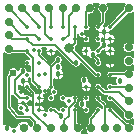
<source format=gbr>
%FSLAX35Y35*%
%MOIN*%
G04 EasyPC Gerber Version 18.0.9 Build 3640 *
%ADD73C,0.00400*%
%ADD10C,0.00500*%
%ADD16C,0.00600*%
%ADD14C,0.00800*%
%ADD135C,0.01378*%
%ADD95C,0.01400*%
%ADD129C,0.01800*%
%ADD20C,0.02400*%
%ADD12C,0.02800*%
%ADD131C,0.03200*%
X0Y0D02*
D02*
D10*
X1250Y4134D02*
G75*
G02X3785Y3163I1000J-1184D01*
G01*
G75*
G02X5150Y3259I765J-1113*
G01*
G75*
G02X10313Y3422I2600J-509*
G01*
G75*
G02X10500Y3818I1937J-672*
G01*
Y4615*
X9515Y5600*
X5650*
G75*
G02X4858Y5960J1050*
G01*
X2158Y9060*
G75*
G02X1900Y9750I792J690*
G01*
Y19950*
G75*
G02X2207Y20693I1050*
G01*
X2530Y21015*
G75*
G02X2500Y21350I1820J333*
G01*
G75*
G02X5957Y22267I1850*
G01*
G75*
G02X8993Y22002I1493J-417*
G01*
G75*
G02X9843Y21747I62J-1337*
G01*
Y23520*
G75*
G02X7715Y24602I-789J1082*
G01*
G75*
G02X9741Y25751I1339*
G01*
X8701Y26791*
G75*
G02X7936Y27489I353J1155*
G01*
X3800*
G75*
G02X1250Y27853I-1050J1761*
G01*
Y4134*
G36*
G75*
G02X3785Y3163I1000J-1184*
G01*
G75*
G02X5150Y3259I765J-1113*
G01*
G75*
G02X10313Y3422I2600J-509*
G01*
G75*
G02X10500Y3818I1937J-672*
G01*
Y4615*
X9515Y5600*
X5650*
G75*
G02X4858Y5960J1050*
G01*
X2158Y9060*
G75*
G02X1900Y9750I792J690*
G01*
Y19950*
G75*
G02X2207Y20693I1050*
G01*
X2530Y21015*
G75*
G02X2500Y21350I1820J333*
G01*
G75*
G02X5957Y22267I1850*
G01*
G75*
G02X8993Y22002I1493J-417*
G01*
G75*
G02X9843Y21747I62J-1337*
G01*
Y23520*
G75*
G02X7715Y24602I-789J1082*
G01*
G75*
G02X9741Y25751I1339*
G01*
X8701Y26791*
G75*
G02X7936Y27489I353J1155*
G01*
X3800*
G75*
G02X1250Y27853I-1050J1761*
G01*
Y4134*
G37*
X4000Y13705D02*
Y10143D01*
X6128Y7700*
X7496*
G75*
G02X7233Y8189I1558J1153*
G01*
G75*
G02X5763Y10371I-483J1261*
G01*
G75*
G02X5634Y12060I1687J979*
G01*
G75*
G02X5596Y12096I810J892*
G01*
X4096Y13596*
G75*
G02X4000Y13705I856J853*
G01*
G36*
Y10143*
X6128Y7700*
X7496*
G75*
G02X7233Y8189I1558J1153*
G01*
G75*
G02X5763Y10371I-483J1261*
G01*
G75*
G02X5634Y12060I1687J979*
G01*
G75*
G02X5596Y12096I810J892*
G01*
X4096Y13596*
G75*
G02X4000Y13705I856J853*
G01*
G37*
X6157Y15863D02*
G75*
G02X8209Y14157I893J-1013D01*
G01*
X9054*
G75*
G02X9769Y13923I0J-1207*
G01*
G75*
G02X10099Y13628I-715J-1132*
G01*
Y14339*
X9049Y15389*
G75*
G02X7733Y16508I5J1339*
G01*
G75*
G02X6157Y17012I-183J2142*
G01*
Y15863*
G36*
G75*
G02X8209Y14157I893J-1013*
G01*
X9054*
G75*
G02X9769Y13923I0J-1207*
G01*
G75*
G02X10099Y13628I-715J-1132*
G01*
Y14339*
X9049Y15389*
G75*
G02X7733Y16508I5J1339*
G01*
G75*
G02X6157Y17012I-183J2142*
G01*
Y15863*
G37*
X9313Y10776D02*
G75*
G02X10099Y10487I-260J-1922D01*
G01*
Y11954*
G75*
G02X9394Y11496I-1045J837*
G01*
G75*
G02X9400Y11350I-1946J-146*
G01*
G75*
G02X9313Y10776I-1950J0*
G01*
G36*
G75*
G02X10099Y10487I-260J-1922*
G01*
Y11954*
G75*
G02X9394Y11496I-1045J837*
G01*
G75*
G02X9400Y11350I-1946J-146*
G01*
G75*
G02X9313Y10776I-1950J0*
G01*
G37*
X9556Y19424D02*
G75*
G02X9585Y17957I-2006J-774D01*
G01*
G75*
G02X10393Y16732I-531J-1229*
G01*
X11721Y15404*
G75*
G02X11999Y14732I-672J-671*
G01*
Y14457*
G75*
G02X13541Y14650I992J-1666*
G01*
G75*
G02X13416Y15458I1209J600*
G01*
G75*
G02X11743Y16244I-425J1270*
G01*
X10224Y17670*
G75*
G02X9843Y18550I826J880*
G01*
Y19583*
G75*
G02X9556Y19424I-788J1082*
G01*
G36*
G75*
G02X9585Y17957I-2006J-774*
G01*
G75*
G02X10393Y16732I-531J-1229*
G01*
X11721Y15404*
G75*
G02X11999Y14732I-672J-671*
G01*
Y14457*
G75*
G02X13541Y14650I992J-1666*
G01*
G75*
G02X13416Y15458I1209J600*
G01*
G75*
G02X11743Y16244I-425J1270*
G01*
X10224Y17670*
G75*
G02X9843Y18550I826J880*
G01*
Y19583*
G75*
G02X9556Y19424I-788J1082*
G01*
G37*
X11999Y10520D02*
G75*
G02X14930Y8854I992J-1666D01*
G01*
G75*
G02X14924Y8700I-1941J2*
G01*
G75*
G02X15633Y8515I26J-1350*
G01*
G75*
G02X17759Y9904I1295J339*
G01*
X18046*
G75*
G02X18789Y9596J-1050*
G01*
X19526Y8859*
G75*
G02X21852Y9759I1339J-5*
G01*
G75*
G02X22078Y10122I898J-309*
G01*
X22135Y10178*
G75*
G02X21061Y11467I815J1772*
G01*
G75*
G02X19526Y12791I-196J1324*
G01*
G75*
G02X21925Y13609I1339*
G01*
G75*
G02X23816Y13697I1025J-1659*
G01*
G75*
G02X26141Y12791I986J-906*
G01*
G75*
G02X25751Y11846I-1339*
G01*
Y11502*
G75*
G02X25473Y10830I-950J0*
G01*
X24835Y10193*
G75*
G02X25752Y7910I-33J-1339*
G01*
Y4800*
G75*
G02X27147Y1250I-2J-2050*
G01*
X28853*
G75*
G02X29300Y4567I1397J1500*
G01*
Y5811*
G75*
G02X29747Y6891I950J239*
G01*
X31379Y8522*
G75*
G02X33800Y9581I1297J331*
G01*
Y10057*
X32369Y11488*
G75*
G02X31337Y12791I307J1303*
G01*
G75*
G02X34015I1339*
G01*
G75*
G02X33993Y12550I-1339J-1*
G01*
X35422Y11122*
G75*
G02X35700Y10450I-672J-672*
G01*
Y9833*
G75*
G02X37928Y9108I913J-980*
G01*
X42308Y4752*
G75*
G02X44250Y4147I442J-2002*
G01*
Y5853*
G75*
G02X40794Y7863I-1500J1397*
G01*
X37109Y11547*
G75*
G02X35671Y13743I-496J1244*
G01*
X34650*
G75*
G02X33887Y14048J1107*
G01*
X32458Y15407*
G75*
G02X31337Y16728I218J1321*
G01*
G75*
G02X33985Y17012I1339*
G01*
X35093Y15957*
X35518*
G75*
G02X37557Y17678I1095J770*
G01*
X38543*
G75*
G02X38559Y19643I1207J972*
G01*
X37478*
G75*
G02X35274Y20665I-865J1022*
G01*
G75*
G02X37222Y21857I1339*
G01*
X41025*
G75*
G02X44250Y22147I1725J-1107*
G01*
Y23853*
G75*
G02X40700Y25250I-1500J1397*
G01*
G75*
G02X44250Y26647I2050*
G01*
Y28353*
G75*
G02X40700Y29750I-1500J1397*
G01*
G75*
G02X44250Y31147I2050*
G01*
Y41252*
G75*
G02X42548Y40722I-1400J1498*
G01*
X37880Y35978*
G75*
G02X36688Y35076I-1267J435*
G01*
G75*
G02X36700Y34850I-2137J-225*
G01*
G75*
G02X36656Y34415I-2150J0*
G01*
G75*
G02X38552Y32476I-43J-1939*
G01*
G75*
G02X35988Y30641I-1939*
G01*
G75*
G02X36000Y30450I-1539J-191*
G01*
G75*
G02X35998Y30378I-1550J-2*
G01*
G75*
G02X38552Y28539I615J-1839*
G01*
G75*
G02X34674I-1939*
G01*
G75*
G02X34712Y28922I1939J0*
G01*
G75*
G02X34674Y28916I-269J1529*
G01*
X33955Y28142*
G75*
G02X32343Y27242I-1279J397*
G01*
X33419Y26167*
G75*
G02X33726Y25433I-742J-743*
G01*
G75*
G02X34015Y24602I-1050J-831*
G01*
G75*
G02X31337I-1339*
G01*
G75*
G02X31457Y25157I1339J0*
G01*
X30814Y25801*
G75*
G02X29344Y26697I-64J1548*
G01*
G75*
G02X26800Y28539I-606J1842*
G01*
G75*
G02X30645Y28896I1939*
G01*
G75*
G02X31358Y28776I105J-1546*
G01*
G75*
G02X32185Y29785I1318J-237*
G01*
X32904Y30559*
G75*
G02X33096Y31205I1547J-109*
G01*
G75*
G02X31337Y32476I-420J1271*
G01*
G75*
G02X32666Y33815I1339*
G01*
G75*
G02X32400Y34850I1884J1035*
G01*
G75*
G02X32415Y35100I2148*
G01*
G75*
G02X32496Y37740I261J1313*
G01*
X33300Y38544*
Y40933*
G75*
G02X32853Y44250I950J1817*
G01*
X31147*
G75*
G02X29689Y40701I-1397J-1500*
G01*
Y37357*
G75*
G02X28014Y35287I-950J-944*
G01*
G75*
G02X28414Y33775I-864J-1037*
G01*
G75*
G02X30078Y32476I325J-1299*
G01*
G75*
G02X27400I-1339*
G01*
G75*
G02X27484Y32942I1339J-1*
G01*
G75*
G02X25852Y33879I-333J1308*
G01*
Y33307*
G75*
G02X26009Y31897I-1050J-831*
G01*
Y31350*
G75*
G02X25644Y30484I-1207*
G01*
X25169Y30023*
G75*
G02X25100Y28985I-2219J-373*
G01*
X32177Y21907*
G75*
G02X34015Y20665I499J-1243*
G01*
G75*
G02X31840Y19619I-1339*
G01*
G75*
G02X31193Y19922I95J1046*
G01*
X26870Y24245*
G75*
G02X24200Y23511I-1520J305*
G01*
G75*
G02X23607Y23807I150J1039*
G01*
X18867Y28548*
G75*
G02Y28539I-1915J-4*
G01*
G75*
G02X14989I-1939*
G01*
G75*
G02X15244Y29500I1939J0*
G01*
X13923*
G75*
G02X14019Y27681I-932J-961*
G01*
X17028Y24672*
X17812Y25456*
G75*
G02X17800Y25650I1536J194*
G01*
G75*
G02X20900I1550*
G01*
G75*
G02X20267Y24400I-1550*
G01*
G75*
G02X20718Y22421I-917J-1250*
G01*
G75*
G02X17878Y19195I-1468J-1571*
G01*
Y17672*
G75*
G02X18152Y16185I-950J-944*
G01*
G75*
G02X18061Y13505I-202J-1335*
G01*
G75*
G02X18267Y12791I-1133J-713*
G01*
G75*
G02X15589I-1339*
G01*
G75*
G02X16811Y14125I1339*
G01*
G75*
G02X16720Y15405I1138J725*
G01*
G75*
G02X15998Y15765I209J1323*
G01*
G75*
G02X14573Y13912I-1248J-515*
G01*
G75*
G02X11999Y11125I-1582J-1121*
G01*
Y10520*
X27044Y17670D02*
G75*
G02X26500Y18850I1006J1180D01*
G01*
G75*
G02X29600I1550*
G01*
G75*
G02X29557Y18486I-1549*
G01*
G75*
G02X30678Y16728I-818J-1758*
G01*
G75*
G02X26800I-1939*
G01*
G75*
G02X27044Y17670I1939*
G01*
X27459Y12396D02*
G75*
G02X27400Y12791I1280J394D01*
G01*
G75*
G02X30078I1339*
G01*
G75*
G02X28778Y11452I-1339*
G01*
G75*
G02X28754Y10193I-1428J-603*
G01*
G75*
G02X30078Y8854I-15J-1339*
G01*
G75*
G02X27400I-1339*
G01*
G75*
G02X27478Y9306I1339*
G01*
G75*
G02X25800Y10850I-128J1544*
G01*
G75*
G02X27459Y12396I1550*
G01*
X34674Y24602D02*
G75*
G02X38552I1939D01*
G01*
G75*
G02X34674I-1939*
G01*
X17949Y17594D02*
G36*
G75*
G02X18152Y16185I-1021J-867D01*
G01*
G75*
G02X18061Y13505I-202J-1335*
G01*
G75*
G02X18267Y12791I-1133J-713*
G01*
G75*
G02X15589I-1339*
G01*
G75*
G02X16811Y14125I1339*
G01*
G75*
G02X16720Y15405I1138J725*
G01*
G75*
G02X15998Y15765I209J1323*
G01*
G75*
G02X14573Y13912I-1248J-515*
G01*
G75*
G02X11999Y11125I-1582J-1121*
G01*
Y10520*
G75*
G02X14930Y8854I992J-1666*
G01*
G75*
G02X14924Y8700I-1941J2*
G01*
G75*
G02X15633Y8515I26J-1350*
G01*
G75*
G02X17759Y9904I1295J339*
G01*
X18046*
G75*
G02X18789Y9596J-1050*
G01*
X19526Y8859*
G75*
G02X21852Y9759I1339J-5*
G01*
G75*
G02X22078Y10122I898J-309*
G01*
X22135Y10178*
G75*
G02X21061Y11467I815J1772*
G01*
G75*
G02X19526Y12791I-196J1324*
G01*
G75*
G02X21925Y13609I1339*
G01*
G75*
G02X23816Y13697I1025J-1659*
G01*
G75*
G02X26141Y12791I986J-906*
G01*
G75*
G02X25751Y11846I-1339*
G01*
Y11502*
G75*
G02X25473Y10830I-950J0*
G01*
X25465Y10822*
X25800*
G75*
G02Y10850I1550J14*
G01*
G75*
G02X27459Y12396I1550*
G01*
G75*
G02X27400Y12791I1280J394*
G01*
G75*
G02X30078I1339*
G01*
G75*
G02X28778Y11452I-1339*
G01*
G75*
G02X28900Y10822I-1428J-604*
G01*
X33034*
X32369Y11488*
G75*
G02X31337Y12791I307J1303*
G01*
G75*
G02X34015I1339*
G01*
G75*
G02X33993Y12550I-1339J-1*
G01*
X35422Y11122*
G75*
G02X35700Y10450I-672J-672*
G01*
Y9833*
G75*
G02X37928Y9108I913J-980*
G01*
X42308Y4752*
G75*
G02X44250Y4147I442J-2002*
G01*
Y5853*
G75*
G02X40794Y7863I-1500J1397*
G01*
X37109Y11547*
G75*
G02X35671Y13743I-496J1244*
G01*
X34650*
G75*
G02X33887Y14048J1107*
G01*
X32458Y15407*
G75*
G02X31337Y16728I218J1321*
G01*
G75*
G02X31655Y17594I1339*
G01*
X30474*
G75*
G02X30678Y16728I-1735J-867*
G01*
G75*
G02X26800I-1939*
G01*
G75*
G02X27004Y17594I1939*
G01*
X17949*
G37*
X27004D02*
G36*
G75*
G02X27044Y17670I1735J-868D01*
G01*
G75*
G02X26500Y18850I1006J1180*
G01*
G75*
G02X29600I1550*
G01*
G75*
G02X29557Y18486I-1549*
G01*
G75*
G02X30474Y17594I-818J-1758*
G01*
X31655*
G75*
G02X33985Y17012I1021J-867*
G01*
X35093Y15957*
X35518*
G75*
G02X37557Y17678I1095J770*
G01*
X38543*
G75*
G02X38559Y19643I1207J972*
G01*
X37478*
G75*
G02X35274Y20665I-865J1022*
G01*
G75*
G02X37222Y21857I1339*
G01*
X41025*
G75*
G02X44250Y22147I1725J-1107*
G01*
Y23853*
G75*
G02X40805Y24602I-1500J1397*
G01*
X38552*
G75*
G02X34674I-1939*
G01*
X34015*
G75*
G02X31337I-1339*
G01*
G75*
G02X31457Y25157I1339J0*
G01*
X30814Y25801*
G75*
G02X29344Y26697I-64J1548*
G01*
G75*
G02X26800Y28539I-606J1842*
G01*
G75*
G02X30645Y28896I1939*
G01*
G75*
G02X31358Y28776I105J-1546*
G01*
G75*
G02X32185Y29785I1318J-237*
G01*
X32904Y30559*
G75*
G02X33096Y31205I1547J-109*
G01*
G75*
G02X31337Y32476I-420J1271*
G01*
G75*
G02X32666Y33815I1339*
G01*
G75*
G02X32400Y34850I1884J1035*
G01*
G75*
G02X32415Y35100I2148*
G01*
G75*
G02X32496Y37740I261J1313*
G01*
X33300Y38544*
Y40933*
G75*
G02X32853Y44250I950J1817*
G01*
X31147*
G75*
G02X29689Y40701I-1397J-1500*
G01*
Y37357*
G75*
G02X28014Y35287I-950J-944*
G01*
G75*
G02X28414Y33775I-864J-1037*
G01*
G75*
G02X30078Y32476I325J-1299*
G01*
G75*
G02X27400I-1339*
G01*
G75*
G02X27484Y32942I1339J-1*
G01*
G75*
G02X25852Y33879I-333J1308*
G01*
Y33307*
G75*
G02X26009Y31897I-1050J-831*
G01*
Y31350*
G75*
G02X25644Y30484I-1207*
G01*
X25169Y30023*
G75*
G02X25100Y28985I-2219J-373*
G01*
X32177Y21907*
G75*
G02X34015Y20665I499J-1243*
G01*
G75*
G02X31840Y19619I-1339*
G01*
G75*
G02X31193Y19922I95J1046*
G01*
X26870Y24245*
G75*
G02X24200Y23511I-1520J305*
G01*
G75*
G02X23607Y23807I150J1039*
G01*
X18867Y28548*
G75*
G02Y28539I-1915J-4*
G01*
G75*
G02X14989I-1939*
G01*
G75*
G02X15244Y29500I1939J0*
G01*
X13923*
G75*
G02X14019Y27681I-932J-961*
G01*
X17028Y24672*
X17812Y25456*
G75*
G02X17800Y25650I1536J194*
G01*
G75*
G02X20900I1550*
G01*
G75*
G02X20267Y24400I-1550*
G01*
G75*
G02X20718Y22421I-917J-1250*
G01*
G75*
G02X17878Y19195I-1468J-1571*
G01*
Y17672*
G75*
G02X17949Y17594I-950J-944*
G01*
X27004*
G37*
X25465Y10822D02*
G36*
X24835Y10193D01*
G75*
G02X25752Y7910I-33J-1339*
G01*
Y4800*
G75*
G02X27147Y1250I-2J-2050*
G01*
X28853*
G75*
G02X29300Y4567I1397J1500*
G01*
Y5811*
G75*
G02X29747Y6891I950J239*
G01*
X31379Y8522*
G75*
G02X33800Y9581I1297J331*
G01*
Y10057*
X33034Y10822*
X28900*
G75*
G02X28754Y10193I-1550J28*
G01*
G75*
G02X30078Y8854I-15J-1339*
G01*
G75*
G02X27400I-1339*
G01*
G75*
G02X27478Y9306I1339*
G01*
G75*
G02X25800Y10822I-129J1544*
G01*
X25465*
G37*
X34674Y24602D02*
G36*
G75*
G02X38552I1939D01*
G01*
X40805*
G75*
G02X40700Y25250I1945J648*
G01*
G75*
G02X44250Y26647I2050*
G01*
Y28353*
G75*
G02X40700Y29750I-1500J1397*
G01*
G75*
G02X44250Y31147I2050*
G01*
Y41252*
G75*
G02X42548Y40722I-1400J1498*
G01*
X37880Y35978*
G75*
G02X36688Y35076I-1267J435*
G01*
G75*
G02X36700Y34850I-2137J-225*
G01*
G75*
G02X36656Y34415I-2150J0*
G01*
G75*
G02X38552Y32476I-43J-1939*
G01*
G75*
G02X35988Y30641I-1939*
G01*
G75*
G02X36000Y30450I-1539J-191*
G01*
G75*
G02X35998Y30378I-1550J-2*
G01*
G75*
G02X38552Y28539I615J-1839*
G01*
G75*
G02X34674I-1939*
G01*
G75*
G02X34712Y28922I1939J0*
G01*
G75*
G02X34674Y28916I-269J1529*
G01*
X33955Y28142*
G75*
G02X32343Y27242I-1279J397*
G01*
X33419Y26167*
G75*
G02X33726Y25433I-742J-743*
G01*
G75*
G02X34015Y24602I-1050J-831*
G01*
X34674*
G37*
X33881Y31892D02*
G75*
G02X34741Y31972I569J-1442D01*
G01*
G75*
G02X34674Y32476I1873J504*
G01*
G75*
G02X34687Y32704I1938J1*
G01*
G75*
G02X33981Y32777I-137J2145*
G01*
G75*
G02X33881Y31892I-1305J-301*
G01*
G36*
G75*
G02X34741Y31972I569J-1442*
G01*
G75*
G02X34674Y32476I1873J504*
G01*
G75*
G02X34687Y32704I1938J1*
G01*
G75*
G02X33981Y32777I-137J2145*
G01*
G75*
G02X33881Y31892I-1305J-301*
G01*
G37*
X34441Y36997D02*
G75*
G02X35346Y36847I110J-2148D01*
G01*
G75*
G02X36158Y37672I1267J-434*
G01*
X40827Y42416*
G75*
G02X40800Y42750I2024J333*
G01*
G75*
G02X41453Y44250I2050*
G01*
X35647*
G75*
G02X35200Y40933I-1397J-1500*
G01*
Y38150*
G75*
G02X34922Y37478I-950*
G01*
X34441Y36997*
G36*
G75*
G02X35346Y36847I110J-2148*
G01*
G75*
G02X36158Y37672I1267J-434*
G01*
X40827Y42416*
G75*
G02X40800Y42750I2024J333*
G01*
G75*
G02X41453Y44250I2050*
G01*
X35647*
G75*
G02X35200Y40933I-1397J-1500*
G01*
Y38150*
G75*
G02X34922Y37478I-950*
G01*
X34441Y36997*
G37*
D02*
D12*
X2750Y29250D03*
Y33750D03*
Y38250D03*
Y42750D03*
X7250D03*
X7750Y2750D03*
X11750Y42750D03*
X12250Y2750D03*
X16250Y42750D03*
X16750Y2750D03*
X20750Y42750D03*
X21250Y2750D03*
X25250Y42750D03*
X25750Y2750D03*
X29750Y42750D03*
X30250Y2750D03*
X34250Y42750D03*
X34750Y2750D03*
X38950D03*
X42750D03*
Y7250D03*
Y11750D03*
Y16250D03*
Y20750D03*
Y25250D03*
Y29750D03*
X42850Y42750D03*
D02*
D14*
X7450Y21850D02*
X7350Y21750D01*
Y21250*
X4950Y18850*
Y14450*
X6450Y12950*
X9054*
Y12791*
Y8854D02*
Y9746D01*
X7450Y11350*
X9054Y28539D02*
X3461D01*
X2750Y29250*
X9054Y32476D02*
X4024D01*
X2750Y33750*
X9054Y32476D02*
Y32246D01*
X10750Y30550*
X18350*
X24350Y24550*
X25350*
X12250Y2750D02*
X11550D01*
Y5050*
X9950Y6650*
X5650*
X2950Y9750*
Y19950*
X4350Y21350*
X12991Y16728D02*
X12872D01*
X11050Y18550*
Y26150*
X9254Y27946*
X9054*
Y28539*
X16928Y8854D02*
X18046D01*
X20150Y6750*
X24802Y32476D02*
Y31350D01*
X24750*
X22950Y29550*
Y29650*
X24802Y36413D02*
Y32476D01*
X32676Y20665D02*
X31935D01*
X22950Y29650*
X32676Y24602D02*
Y25424D01*
X30750Y27350*
X32676Y28539D02*
Y28676D01*
X34450Y30450*
Y30313*
X36613Y36413D02*
Y36513D01*
X42850Y42750*
X36613Y36613D02*
Y36413D01*
D02*
D16*
X9054D02*
Y36446D01*
X2750Y42750*
X9054Y36646D02*
Y36413D01*
X12991Y28539D02*
Y27365D01*
X16928Y23428*
X12991Y28539D02*
Y28409D01*
Y32476D02*
Y32509D01*
X11450Y34050*
X6950*
X2750Y38250*
X12991Y36413D02*
Y37009D01*
X7250Y42750*
X16750Y2750D02*
X16150D01*
X11050Y7850*
Y14732*
X9054Y16728*
X16928D02*
Y23228D01*
X19350Y25650*
X16928Y16728D02*
Y23428D01*
Y32476D02*
X16724D01*
X14950Y34250*
Y39550*
X11750Y42750*
X16928Y36413D02*
Y42072D01*
X16250Y42750*
X20865Y32476D02*
X21276D01*
X22850Y34050*
Y40350*
X25250Y42750*
X20865Y36413D02*
Y42635D01*
X20750Y42750*
X21250Y5550D02*
Y2750D01*
X24802Y8854D02*
Y3698D01*
X25750Y2750*
X24802Y12791D02*
Y11502D01*
X22750Y9450*
Y7050*
X21250Y5550*
X28739Y36413D02*
Y41539D01*
X29750Y42750*
X29850D02*
Y42650D01*
X30250Y6050D02*
Y2750D01*
X32676Y8854D02*
Y8476D01*
X30250Y6050*
X32676Y12791D02*
Y12524D01*
X34750Y10450*
Y2750*
X32676Y16728D02*
X32772D01*
X34650Y14850*
X39650*
X42750Y11750*
X32676Y36413D02*
Y36576D01*
X34250Y38150*
Y42750*
X36613Y8854D02*
X36646D01*
X42750Y2750*
X36613Y8854D02*
X36746D01*
X36613Y12791D02*
X37209D01*
X42750Y7250*
X36613Y12791D02*
Y13150D01*
X36850*
X36613Y16728D02*
X42272D01*
X42750Y16250*
Y20750D02*
X36698D01*
X36613Y20665*
D02*
D20*
X4350Y21350D03*
D02*
D73*
X6902Y3598D02*
X5876Y4624D01*
X6950Y11350D02*
X5500D01*
X7550Y17950D02*
Y16500D01*
X7950Y11350D02*
X9400D01*
X8250Y18650D02*
X9700D01*
X8598Y3598D02*
X9624Y4624D01*
X12991Y9343D02*
Y10793D01*
Y12302D02*
Y10852D01*
Y13280D02*
Y14730D01*
X13480Y8854D02*
X14930D01*
X13480Y12791D02*
X14930D01*
X16439Y28539D02*
X14989D01*
X16928Y28050D02*
Y26600D01*
X17417Y28539D02*
X18867D01*
X19250Y20150D02*
Y18700D01*
X19950Y20850D02*
X21400D01*
X28250Y16728D02*
X26800D01*
X28250Y28539D02*
X26800D01*
X28739Y16239D02*
Y14789D01*
Y28050D02*
Y26600D01*
Y29028D02*
Y30478D01*
X29228Y16728D02*
X30678D01*
X33850Y34850D02*
X32400D01*
X34550Y34150D02*
Y32700D01*
Y35550D02*
Y37000D01*
X35250Y34850D02*
X36700D01*
X36124Y24602D02*
X34674D01*
X36124Y28539D02*
X34674D01*
X36124Y32476D02*
X34674D01*
X36613Y24113D02*
Y22663D01*
Y25091D02*
Y26541D01*
Y28050D02*
Y26600D01*
Y29028D02*
Y30478D01*
Y31987D02*
Y30537D01*
X37102Y24602D02*
X38552D01*
X37102Y28539D02*
X38552D01*
X37102Y32476D02*
X38552D01*
D02*
D95*
X4550Y2050D03*
X6750Y9450D03*
X7050Y14850D03*
X7450Y11350D03*
X11150Y28750D03*
X14750Y15250D03*
X14950Y7350D03*
Y20850D03*
X17950Y14850D03*
X22950Y11950D03*
X27150Y34250D03*
D02*
D129*
X2250Y2950D03*
X7450Y21850D03*
X7550Y18650D03*
X19250Y20850D03*
X19350Y23150D03*
Y25650D03*
X20150Y6750D03*
X25350Y24550D03*
X27350Y10850D03*
X28050Y18850D03*
X30750Y27350D03*
X34450Y30450D03*
X34550Y34850D03*
X39750Y18650D03*
D02*
D131*
X22950Y29650D03*
D02*
D135*
X9054Y8854D03*
Y12791D03*
Y16728D03*
Y20665D03*
Y24602D03*
Y28539D03*
Y32476D03*
Y36413D03*
X12991Y8854D03*
Y12791D03*
Y16728D03*
Y20665D03*
Y24602D03*
Y28539D03*
Y32476D03*
Y36413D03*
X16928Y8854D03*
Y12791D03*
Y16728D03*
Y28539D03*
Y32476D03*
Y36413D03*
X20865Y8854D03*
Y12791D03*
Y32476D03*
Y36413D03*
X24802Y8854D03*
Y12791D03*
Y32476D03*
Y36413D03*
X28739Y8854D03*
Y12791D03*
Y16728D03*
Y28539D03*
Y32476D03*
Y36413D03*
X32676Y8854D03*
Y12791D03*
Y16728D03*
Y20665D03*
Y24602D03*
Y28539D03*
Y32476D03*
Y36413D03*
X36613Y8854D03*
Y12791D03*
Y16728D03*
Y20665D03*
Y24602D03*
Y28539D03*
Y32476D03*
Y36413D03*
X0Y0D02*
M02*

</source>
